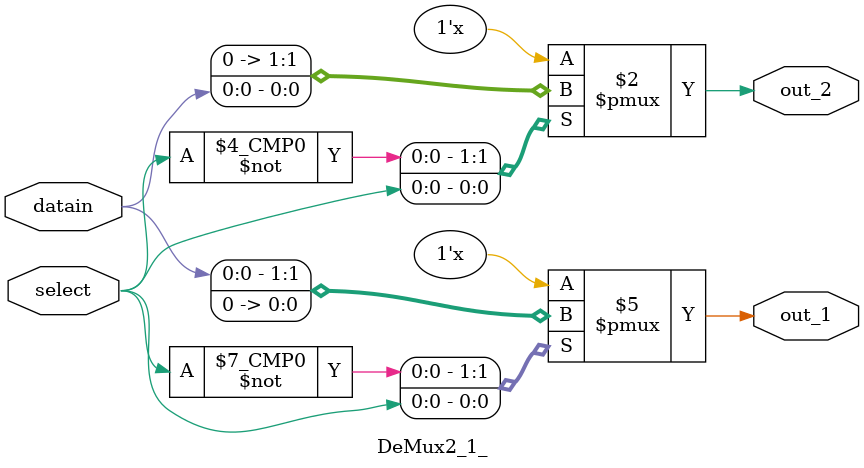
<source format=v>
`timescale 1ns / 1ps
module DeMux2_1_(
	output reg out_1,
	output reg out_2,
	
	input select,
	input datain
    );
	
	always @ (select or datain)
	begin
		case(select)
		1'b0 :
			begin
				out_1 = datain;
				out_2 = 0;
			end
		1'b1 :
			begin
			out_2 = datain;
			out_1 = 0;
			end
		endcase
	end

endmodule

</source>
